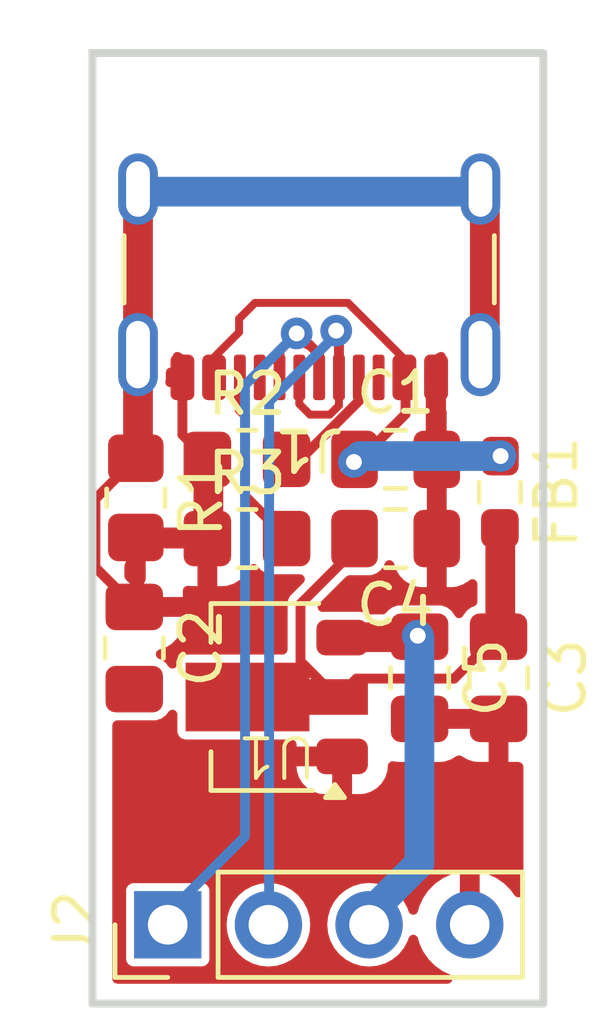
<source format=kicad_pcb>
(kicad_pcb (version 20240108) (generator "pcbnew") (generator_version "8.0")
  (layers (0 "F.Cu" signal) (31 "B.Cu" signal) (34 "B.Paste" user) (35 "F.Paste" user) (36 "B.SilkS" user "B.Silkscreen") (37 "F.SilkS" user "F.Silkscreen") (38 "B.Mask" user) (39 "F.Mask" user) (44 "Edge.Cuts" user))
  (net 0 "")
  (net 1 "USB")
  (net 2 "Earth")
  (net 3 "Net-(J1-SHIELD)")
  (net 4 "LIN")
  (net 5 "LDO")
  (net 6 "Net-(J1-CC1)")
  (net 7 "D- Ext")
  (net 8 "Net-(J1-CC2)")
  (net 9 "D+ Ext")
  (footprint "LDO:MCP1700" (layer "F.Cu") (at 136 83.75 180)
    (property "Reference" "U1" (at 0 -1.5 180) (layer "F.SilkS") (effects (font (thickness 0.1))))
    (property "Value" "Linear Step-Down")
    (fp_line (start 1.66 2.36) (end -1.06 2.36) (stroke (width 0.12)) (layer "F.SilkS"))
    (fp_line (start 1.66 1.38) (end 1.66 2.36) (stroke (width 0.12)) (layer "F.SilkS"))
    (fp_line (start 1.66 -1.38) (end 1.66 -2.36) (stroke (width 0.12)) (layer "F.SilkS"))
    (fp_line (start -0.92 -2.36) (end 1.66 -2.36) (stroke (width 0.12)) (layer "F.SilkS"))
    (fp_poly (pts (xy -1.47 -2.21) (xy -1.71 -2.54) (xy -1.23 -2.54) (xy -1.47 -2.21)) (stroke (width 0.12)) (fill solid) (layer "F.SilkS"))
    (pad "1" smd roundrect (at -1.65 -1.5 180) (size 1.3 0.9) (layers "F.Cu" "F.Paste" "F.Mask") (net 2 "Earth"))
    (pad "2" smd roundrect (at -1.65 1.5 180) (size 1.3 0.9) (layers "F.Cu" "F.Paste" "F.Mask") (net 5 "LDO"))
    (pad "3" smd custom (at -1.5625 0 180) (size 1.475 0.9) (layers "F.Cu" "F.Paste" "F.Mask") (net 4 "LIN") (options (clearance outline) (anchor rect)) (primitives (gr_poly (pts (xy 3.8625 0.8665) (xy 0.7375 0.8665) (xy 0.7375 -0.8665) (xy 3.8625 -0.8665)) (width 0) (fill yes))))
  )
  (footprint "Connector_PinHeader_2.54mm:PinHeader_1x04_P2.54mm_Vertical" (layer "F.Cu") (at 133.25 89.5 90)
    (property "Reference" "J2" (at 0 -2.33 270) (layer "F.SilkS"))
    (property "Value" "USB")
    (fp_line (start -1.33 -1.33) (end 0 -1.33) (stroke (width 0.12)) (layer "F.SilkS"))
    (fp_line (start -1.33 0) (end -1.33 -1.33) (stroke (width 0.12)) (layer "F.SilkS"))
    (fp_line (start 1.33 1.27) (end 1.33 8.95) (stroke (width 0.12)) (layer "F.SilkS"))
    (fp_line (start -1.33 1.27) (end 1.33 1.27) (stroke (width 0.12)) (layer "F.SilkS"))
    (fp_line (start -1.33 1.27) (end -1.33 8.95) (stroke (width 0.12)) (layer "F.SilkS"))
    (fp_line (start -1.33 8.95) (end 1.33 8.95) (stroke (width 0.12)) (layer "F.SilkS"))
    (pad "1" thru_hole rect (at 0 0 90) (size 1.7 1.7) (drill 1) (layers "*.Cu" "*.Mask") (net 9 "D+ Ext"))
    (pad "2" thru_hole oval (at 0 2.54 90) (size 1.7 1.7) (drill 1) (layers "*.Cu" "*.Mask") (net 7 "D- Ext"))
    (pad "3" thru_hole oval (at 0 5.08 90) (size 1.7 1.7) (drill 1) (layers "*.Cu" "*.Mask") (net 5 "LDO"))
    (pad "4" thru_hole oval (at 0 7.62 90) (size 1.7 1.7) (drill 1) (layers "*.Cu" "*.Mask") (net 2 "Earth"))
  )
  (footprint "Resistor_SMD:R_0805_2012Metric_Pad1.20x1.40mm_HandSolder" (layer "F.Cu") (at 135.25 79.75)
    (property "Reference" "R3" (at 0 -1.65 0) (layer "F.SilkS"))
    (property "Value" "5k1")
    (fp_line (start -0.227064 -0.735) (end 0.227064 -0.735) (stroke (width 0.12)) (layer "F.SilkS"))
    (fp_line (start -0.227064 0.735) (end 0.227064 0.735) (stroke (width 0.12)) (layer "F.SilkS"))
    (pad "1" smd roundrect (at -1 0) (size 1.2 1.4) (layers "F.Cu" "F.Paste" "F.Mask") (roundrect_rratio 0.208333) (net 2 "Earth"))
    (pad "2" smd roundrect (at 1 0) (size 1.2 1.4) (layers "F.Cu" "F.Paste" "F.Mask") (roundrect_rratio 0.208333) (net 8 "Net-(J1-CC2)"))
  )
  (footprint "Capacitor_SMD:C_0805_2012Metric_Pad1.18x1.45mm_HandSolder" (layer "F.Cu") (at 141.595852 83.263826 -90)
    (property "Reference" "C3" (at 0 -1.68 90) (layer "F.SilkS"))
    (property "Value" "100 nF")
    (fp_line (start -0.261252 0.735) (end 0.261252 0.735) (stroke (width 0.12)) (layer "F.SilkS"))
    (fp_line (start -0.261252 -0.735) (end 0.261252 -0.735) (stroke (width 0.12)) (layer "F.SilkS"))
    (pad "1" smd roundrect (at -1.0375 0 270) (size 1.175 1.45) (layers "F.Cu" "F.Paste" "F.Mask") (roundrect_rratio 0.212766) (net 4 "LIN"))
    (pad "2" smd roundrect (at 1.0375 0 270) (size 1.175 1.45) (layers "F.Cu" "F.Paste" "F.Mask") (roundrect_rratio 0.212766) (net 2 "Earth"))
  )
  (footprint "Capacitor_SMD:C_0805_2012Metric_Pad1.18x1.45mm_HandSolder" (layer "F.Cu") (at 139 79.75 180)
    (property "Reference" "C4" (at 0 -1.68 180) (layer "F.SilkS"))
    (property "Value" "1uF")
    (fp_line (start -0.261252 0.735) (end 0.261252 0.735) (stroke (width 0.12)) (layer "F.SilkS"))
    (fp_line (start -0.261252 -0.735) (end 0.261252 -0.735) (stroke (width 0.12)) (layer "F.SilkS"))
    (pad "1" smd roundrect (at -1.0375 0 180) (size 1.175 1.45) (layers "F.Cu" "F.Paste" "F.Mask") (roundrect_rratio 0.212766) (net 2 "Earth"))
    (pad "2" smd roundrect (at 1.0375 0 180) (size 1.175 1.45) (layers "F.Cu" "F.Paste" "F.Mask") (roundrect_rratio 0.212766) (net 4 "LIN"))
  )
  (footprint "Resistor_SMD:R_0805_2012Metric_Pad1.20x1.40mm_HandSolder" (layer "F.Cu") (at 132.444693 78.721227 -90)
    (property "Reference" "R1" (at 0 -1.65 90) (layer "F.SilkS"))
    (property "Value" "1M")
    (fp_line (start -0.227064 0.735) (end 0.227064 0.735) (stroke (width 0.12)) (layer "F.SilkS"))
    (fp_line (start -0.227064 -0.735) (end 0.227064 -0.735) (stroke (width 0.12)) (layer "F.SilkS"))
    (pad "1" smd roundrect (at -1 0 270) (size 1.2 1.4) (layers "F.Cu" "F.Paste" "F.Mask") (roundrect_rratio 0.208333) (net 3 "Net-(J1-SHIELD)"))
    (pad "2" smd roundrect (at 1 0 270) (size 1.2 1.4) (layers "F.Cu" "F.Paste" "F.Mask") (roundrect_rratio 0.208333) (net 2 "Earth"))
  )
  (footprint "Resistor_SMD:R_0805_2012Metric_Pad1.20x1.40mm_HandSolder" (layer "F.Cu") (at 135.25 77.75)
    (property "Reference" "R2" (at 0 -1.65 0) (layer "F.SilkS"))
    (property "Value" "5k1")
    (fp_line (start -0.227064 -0.735) (end 0.227064 -0.735) (stroke (width 0.12)) (layer "F.SilkS"))
    (fp_line (start -0.227064 0.735) (end 0.227064 0.735) (stroke (width 0.12)) (layer "F.SilkS"))
    (pad "1" smd roundrect (at -1 0) (size 1.2 1.4) (layers "F.Cu" "F.Paste" "F.Mask") (roundrect_rratio 0.208333) (net 2 "Earth"))
    (pad "2" smd roundrect (at 1 0) (size 1.2 1.4) (layers "F.Cu" "F.Paste" "F.Mask") (roundrect_rratio 0.208333) (net 6 "Net-(J1-CC1)"))
  )
  (footprint "Resistor_SMD:R_0603_1608Metric_Pad0.98x0.95mm_HandSolder" (layer "F.Cu") (at 141.629795 78.580592 -90)
    (property "Reference" "FB1" (at 0 -1.43 90) (layer "F.SilkS"))
    (property "Value" "BLM18AG121SN1D")
    (fp_line (start -0.254724 0.5225) (end 0.254724 0.5225) (stroke (width 0.12)) (layer "F.SilkS"))
    (fp_line (start -0.254724 -0.5225) (end 0.254724 -0.5225) (stroke (width 0.12)) (layer "F.SilkS"))
    (pad "1" smd roundrect (at -0.9125 0 270) (size 0.975 0.95) (layers "F.Cu" "F.Paste" "F.Mask") (net 1 "USB"))
    (pad "2" smd roundrect (at 0.9125 0 270) (size 0.975 0.95) (layers "F.Cu" "F.Paste" "F.Mask") (net 4 "LIN"))
  )
  (footprint "Capacitor_SMD:C_0805_2012Metric_Pad1.18x1.45mm_HandSolder" (layer "F.Cu") (at 139 77.75)
    (property "Reference" "C1" (at 0 -1.68 0) (layer "F.SilkS"))
    (property "Value" "100 nF")
    (fp_line (start -0.261252 -0.735) (end 0.261252 -0.735) (stroke (width 0.12)) (layer "F.SilkS"))
    (fp_line (start -0.261252 0.735) (end 0.261252 0.735) (stroke (width 0.12)) (layer "F.SilkS"))
    (pad "1" smd roundrect (at -1.0375 0) (size 1.175 1.45) (layers "F.Cu" "F.Paste" "F.Mask") (roundrect_rratio 0.212766) (net 1 "USB"))
    (pad "2" smd roundrect (at 1.0375 0) (size 1.175 1.45) (layers "F.Cu" "F.Paste" "F.Mask") (roundrect_rratio 0.212766) (net 2 "Earth"))
  )
  (footprint "Capacitor_SMD:C_0805_2012Metric_Pad1.18x1.45mm_HandSolder" (layer "F.Cu") (at 132.40533 82.51312 -90)
    (property "Reference" "C2" (at 0 -1.68 90) (layer "F.SilkS"))
    (property "Value" "4.5 nF")
    (fp_line (start -0.261252 0.735) (end 0.261252 0.735) (stroke (width 0.12)) (layer "F.SilkS"))
    (fp_line (start -0.261252 -0.735) (end 0.261252 -0.735) (stroke (width 0.12)) (layer "F.SilkS"))
    (pad "1" smd roundrect (at -1.0375 0 270) (size 1.175 1.45) (layers "F.Cu" "F.Paste" "F.Mask") (roundrect_rratio 0.212766) (net 2 "Earth"))
    (pad "2" smd roundrect (at 1.0375 0 270) (size 1.175 1.45) (layers "F.Cu" "F.Paste" "F.Mask") (roundrect_rratio 0.212766) (net 3 "Net-(J1-SHIELD)"))
  )
  (footprint "Connector_USB:USB_C_Receptacle_GCT_USB4105-xx-A_16P_TopMnt_Horizontal" (layer "F.Cu") (at 136.82 72 180)
    (property "Reference" "J1" (at 0 -5.5 180) (layer "F.SilkS"))
    (property "Value" "USBC")
    (fp_line (start 4.67 -0.1) (end 4.67 -1.8) (stroke (width 0.12)) (layer "F.SilkS"))
    (fp_line (start -4.67 -0.1) (end -4.67 -1.8) (stroke (width 0.12)) (layer "F.SilkS"))
    (pad "" np_thru_hole circle (at -2.89 -2.605 180) (size 0.65 0.65) (drill 0.65) (layers "F&B.Cu" "*.Mask"))
    (pad "" np_thru_hole circle (at 2.89 -2.605 180) (size 0.65 0.65) (drill 0.65) (layers "F&B.Cu" "*.Mask"))
    (pad "A1" smd roundrect (at -3.2 -3.68 180) (size 0.6 1.15) (layers "F.Cu" "F.Paste" "F.Mask") (net 2 "Earth"))
    (pad "A4" smd roundrect (at -2.4 -3.68 180) (size 0.6 1.15) (layers "F.Cu" "F.Paste" "F.Mask") (net 1 "USB"))
    (pad "A5" smd roundrect (at -1.25 -3.68 180) (size 0.3 1.15) (layers "F.Cu" "F.Paste" "F.Mask") (net 6 "Net-(J1-CC1)"))
    (pad "A6" smd roundrect (at -0.25 -3.68 180) (size 0.3 1.15) (layers "F.Cu" "F.Paste" "F.Mask") (net 9 "D+ Ext"))
    (pad "A7" smd roundrect (at 0.25 -3.68 180) (size 0.3 1.15) (layers "F.Cu" "F.Paste" "F.Mask") (net 7 "D- Ext"))
    (pad "A8" smd roundrect (at 1.25 -3.68 180) (size 0.3 1.15) (layers "F.Cu" "F.Paste" "F.Mask"))
    (pad "A9" smd roundrect (at 2.4 -3.68 180) (size 0.6 1.15) (layers "F.Cu" "F.Paste" "F.Mask") (net 1 "USB"))
    (pad "A12" smd roundrect (at 3.2 -3.68 180) (size 0.6 1.15) (layers "F.Cu" "F.Paste" "F.Mask") (net 2 "Earth"))
    (pad "B1" smd roundrect (at 3.2 -3.68 180) (size 0.6 1.15) (layers "F.Cu" "F.Paste" "F.Mask") (net 2 "Earth"))
    (pad "B4" smd roundrect (at 2.4 -3.68 180) (size 0.6 1.15) (layers "F.Cu" "F.Paste" "F.Mask") (net 1 "USB"))
    (pad "B5" smd roundrect (at 1.75 -3.68 180) (size 0.3 1.15) (layers "F.Cu" "F.Paste" "F.Mask") (net 8 "Net-(J1-CC2)"))
    (pad "B6" smd roundrect (at 0.75 -3.68 180) (size 0.3 1.15) (layers "F.Cu" "F.Paste" "F.Mask") (net 9 "D+ Ext"))
    (pad "B7" smd roundrect (at -0.75 -3.68 180) (size 0.3 1.15) (layers "F.Cu" "F.Paste" "F.Mask") (net 7 "D- Ext"))
    (pad "B8" smd roundrect (at -1.75 -3.68 180) (size 0.3 1.15) (layers "F.Cu" "F.Paste" "F.Mask"))
    (pad "B9" smd roundrect (at -2.4 -3.68 180) (size 0.6 1.15) (layers "F.Cu" "F.Paste" "F.Mask") (net 1 "USB"))
    (pad "B12" smd roundrect (at -3.2 -3.68 180) (size 0.6 1.15) (layers "F.Cu" "F.Paste" "F.Mask") (net 2 "Earth"))
    (pad "S1" thru_hole oval (at -4.32 -3.105 180) (size 1 2.1) (drill oval 0.6 1.7) (layers "*.Cu" "*.Mask" "F.Paste") (net 3 "Net-(J1-SHIELD)"))
    (pad "S1" thru_hole oval (at -4.32 1.075 180) (size 1 1.8) (drill oval 0.6 1.4) (layers "*.Cu" "*.Mask" "F.Paste") (net 3 "Net-(J1-SHIELD)"))
    (pad "S1" thru_hole oval (at 4.32 -3.105 180) (size 1 2.1) (drill oval 0.6 1.7) (layers "*.Cu" "*.Mask" "F.Paste") (net 3 "Net-(J1-SHIELD)"))
    (pad "S1" thru_hole oval (at 4.32 1.075 180) (size 1 1.8) (drill oval 0.6 1.4) (layers "*.Cu" "*.Mask" "F.Paste") (net 3 "Net-(J1-SHIELD)"))
  )
  (footprint "Capacitor_SMD:C_0805_2012Metric_Pad1.18x1.45mm_HandSolder" (layer "F.Cu") (at 139.604537 83.264853 -90)
    (property "Reference" "C5" (at 0 -1.68 90) (layer "F.SilkS"))
    (property "Value" "1uF")
    (fp_line (start -0.261252 0.735) (end 0.261252 0.735) (stroke (width 0.12)) (layer "F.SilkS"))
    (fp_line (start -0.261252 -0.735) (end 0.261252 -0.735) (stroke (width 0.12)) (layer "F.SilkS"))
    (pad "1" smd roundrect (at -1.0375 0 270) (size 1.175 1.45) (layers "F.Cu" "F.Paste" "F.Mask") (roundrect_rratio 0.212766) (net 5 "LDO"))
    (pad "2" smd roundrect (at 1.0375 0 270) (size 1.175 1.45) (layers "F.Cu" "F.Paste" "F.Mask") (roundrect_rratio 0.212766) (net 2 "Earth"))
  )
  (gr_rect (start 131.350338 67.490095) (end 142.725338 91.490095) (stroke (width 0.2)) (fill none) (layer "Edge.Cuts"))
  (segment (start 137.947587 77.815465) (end 138.041885 77.815465) (width 0.25) (layer "F.Cu") (net 1))
  (segment (start 135.05 74.540001) (end 135.05 74.2) (width 0.2) (layer "F.Cu") (net 1))
  (segment (start 139.22 75.22) (end 139.22 75.745) (width 0.2) (layer "F.Cu") (net 1))
  (segment (start 139.25 75.91) (end 139.085 75.745) (width 0.25) (layer "F.Cu") (net 1))
  (segment (start 137.8 73.8) (end 139.22 75.22) (width 0.2) (layer "F.Cu") (net 1))
  (segment (start 139.25 76.60735) (end 139.25 75.91) (width 0.25) (layer "F.Cu") (net 1))
  (segment (start 134.42 75.170001) (end 135.05 74.540001) (width 0.2) (layer "F.Cu") (net 1))
  (segment (start 138.041885 77.815465) (end 139.25 76.60735) (width 0.25) (layer "F.Cu") (net 1))
  (segment (start 134.42 75.745) (end 134.42 75.170001) (width 0.2) (layer "F.Cu") (net 1))
  (segment (start 135.45 73.8) (end 137.8 73.8) (width 0.2) (layer "F.Cu") (net 1))
  (segment (start 135.05 74.2) (end 135.45 73.8) (width 0.2) (layer "F.Cu") (net 1))
  (via (at 141.647695 77.666425) (size 0.8) (drill 0.4) (layers "F.Cu" "B.Cu") (net 1))
  (via (at 137.947587 77.815465) (size 0.8) (drill 0.4) (layers "F.Cu" "B.Cu") (net 1))
  (segment (start 138.096627 77.666425) (end 141.647695 77.666425) (width 0.75) (layer "B.Cu") (net 1))
  (segment (start 137.947587 77.815465) (end 138.096627 77.666425) (width 0.75) (layer "B.Cu") (net 1))
  (segment (start 133.62 75.745) (end 133.62 77.1275) (width 0.25) (layer "F.Cu") (net 2))
  (segment (start 139.885 77.677878) (end 139.885 75.745) (width 0.25) (layer "F.Cu") (net 2))
  (segment (start 134.275579 77.846921) (end 134.3075 77.815) (width 0.75) (layer "F.Cu") (net 2))
  (segment (start 133.62 77.1275) (end 134.3075 77.815) (width 0.25) (layer "F.Cu") (net 2))
  (segment (start 140.022587 77.815465) (end 139.885 77.677878) (width 0.25) (layer "F.Cu") (net 2))
  (segment (start 134.275579 79.751614) (end 134.275579 77.846921) (width 0.75) (layer "F.Cu") (net 2))
  (segment (start 134.232426 77.890074) (end 134.3075 77.815) (width 0.75) (layer "F.Cu") (net 2))
  (segment (start 132.376142 77.72217) (end 132.5 77.598312) (width 0.75) (layer "F.Cu") (net 3))
  (segment (start 131.425 80.478792) (end 131.425 78.74717) (width 0.25) (layer "F.Cu") (net 3))
  (segment (start 132.5 77.598312) (end 132.5 71.125) (width 0.75) (layer "F.Cu") (net 3))
  (segment (start 141.25 70.99) (end 141.25 74.925) (width 0.75) (layer "F.Cu") (net 3))
  (segment (start 131.425 78.74717) (end 132.45 77.72217) (width 0.25) (layer "F.Cu") (net 3))
  (segment (start 132.416118 81.46991) (end 131.425 80.478792) (width 0.25) (layer "F.Cu") (net 3))
  (segment (start 132.5 70.99) (end 141.14 70.99) (width 0.75) (layer "B.Cu") (net 3))
  (segment (start 141.640045 82.119955) (end 141.640045 79.495198) (width 0.75) (layer "F.Cu") (net 4))
  (segment (start 141.640045 79.495198) (end 141.641367 79.493876) (width 0.75) (layer "F.Cu") (net 4))
  (segment (start 137.523876 83.77404) (end 136.600007 82.850171) (width 0.25) (layer "F.Cu") (net 4))
  (segment (start 136.600007 81.397777) (end 137.986597 80.011187) (width 0.25) (layer "F.Cu") (net 4))
  (segment (start 141.5575 82.2025) (end 141.640045 82.119955) (width 0.75) (layer "F.Cu") (net 4))
  (segment (start 137.523876 83.77404) (end 138.012916 83.285) (width 0.25) (layer "F.Cu") (net 4))
  (segment (start 138.012916 83.285) (end 140.475 83.285) (width 0.25) (layer "F.Cu") (net 4))
  (segment (start 140.475 83.285) (end 141.5575 82.2025) (width 0.25) (layer "F.Cu") (net 4))
  (segment (start 136.600007 82.850171) (end 136.600007 81.397777) (width 0.25) (layer "F.Cu") (net 4))
  (segment (start 139.52 82.24) (end 137.645416 82.24) (width 0.75) (layer "F.Cu") (net 5))
  (segment (start 139.5575 82.2025) (end 139.52 82.24) (width 0.75) (layer "F.Cu") (net 5))
  (segment (start 137.645416 82.24) (end 137.611376 82.27404) (width 0.75) (layer "F.Cu") (net 5))
  (via (at 139.5575 82.2025) (size 0.8) (drill 0.4) (layers "F.Cu" "B.Cu") (net 5))
  (segment (start 139.6 87.948424) (end 138.119426 89.428998) (width 0.75) (layer "B.Cu") (net 5))
  (segment (start 139.6 82.245) (end 139.6 87.948424) (width 0.75) (layer "B.Cu") (net 5))
  (segment (start 139.5575 82.2025) (end 139.6 82.245) (width 0.75) (layer "B.Cu") (net 5))
  (segment (start 136.3075 77.815) (end 136.2825 77.815) (width 0.25) (layer "F.Cu") (net 6))
  (segment (start 138.07 76.276934) (end 138.07 75.745) (width 0.25) (layer "F.Cu") (net 6))
  (segment (start 136.544695 77.802239) (end 138.07 76.276934) (width 0.25) (layer "F.Cu") (net 6))
  (segment (start 136.265426 77.802239) (end 136.544695 77.802239) (width 0.25) (layer "F.Cu") (net 6))
  (segment (start 137.57 74.57) (end 137.57 75.61) (width 0.25) (layer "F.Cu") (net 7))
  (segment (start 136.83759 76.62) (end 136.57 76.35241) (width 0.2) (layer "F.Cu") (net 7))
  (segment (start 137.57 76.387658) (end 137.337658 76.62) (width 0.2) (layer "F.Cu") (net 7))
  (segment (start 137.5 74.5) (end 137.57 74.57) (width 0.25) (layer "F.Cu") (net 7))
  (segment (start 136.57 76.35241) (end 136.57 75.745) (width 0.2) (layer "F.Cu") (net 7))
  (segment (start 137.337658 76.62) (end 136.83759 76.62) (width 0.2) (layer "F.Cu") (net 7))
  (segment (start 137.57 75.745) (end 137.57 76.387658) (width 0.2) (layer "F.Cu") (net 7))
  (via (at 137.5 74.5) (size 0.8) (drill 0.4) (layers "F.Cu" "B.Cu") (net 7))
  (segment (start 135.8075 76.290395) (end 137.5 74.597895) (width 0.25) (layer "B.Cu") (net 7))
  (segment (start 137.5 74.597895) (end 137.5 74.5) (width 0.25) (layer "B.Cu") (net 7))
  (segment (start 135.579426 89.428998) (end 135.8075 89.200924) (width 0.25) (layer "B.Cu") (net 7))
  (segment (start 135.8075 89.200924) (end 135.8075 76.290395) (width 0.25) (layer "B.Cu") (net 7))
  (segment (start 135.200579 78.676614) (end 135.200579 76.633079) (width 0.25) (layer "F.Cu") (net 8))
  (segment (start 135.200579 76.633079) (end 135.07 76.5025) (width 0.25) (layer "F.Cu") (net 8))
  (segment (start 136.275579 79.751614) (end 135.200579 78.676614) (width 0.25) (layer "F.Cu") (net 8))
  (segment (start 135.07 76.5025) (end 135.07 75.745) (width 0.25) (layer "F.Cu") (net 8))
  (segment (start 136.777588 74.845) (end 136.812764 74.845) (width 0.25) (layer "F.Cu") (net 9))
  (segment (start 136.812764 74.845) (end 137.07 75.102236) (width 0.25) (layer "F.Cu") (net 9))
  (segment (start 136.502589 74.570001) (end 136.777588 74.845) (width 0.25) (layer "F.Cu") (net 9))
  (segment (start 137.07 75.102236) (end 137.07 75.745) (width 0.25) (layer "F.Cu") (net 9))
  (segment (start 136.502589 74.570001) (end 136.07 75.00259) (width 0.25) (layer "F.Cu") (net 9))
  (segment (start 136.07 75.00259) (end 136.07 75.745) (width 0.25) (layer "F.Cu") (net 9))
  (via (at 136.502589 74.570001) (size 0.8) (drill 0.4) (layers "F.Cu" "B.Cu") (net 9))
  (segment (start 135.2 75.87259) (end 135.2 87.268424) (width 0.25) (layer "B.Cu") (net 9))
  (segment (start 135.2 87.268424) (end 133.039426 89.428998) (width 0.25) (layer "B.Cu") (net 9))
  (segment (start 136.502589 74.570001) (end 135.2 75.87259) (width 0.25) (layer "B.Cu") (net 9))
  (zone (net 2) (net_name "Earth") (layer "F.Cu") (connect_pads (clearance 0)) (min_thickness 0.25) (fill yes (thermal_gap 0.5) (thermal_bridge_width 0.5))
    (polygon (pts (xy 143.25 92) (xy 143.25 67.25) (xy 130.75 67.25) (xy 130.75 92)))
  )
)
</source>
